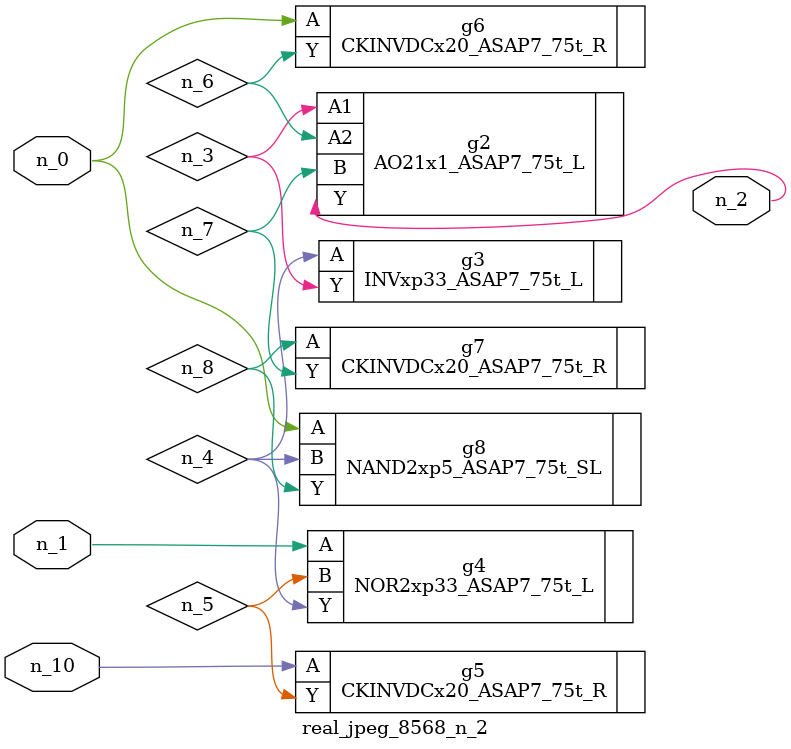
<source format=v>
module real_jpeg_8568_n_2 (n_1, n_10, n_0, n_2);

input n_1;
input n_10;
input n_0;

output n_2;

wire n_5;
wire n_4;
wire n_8;
wire n_6;
wire n_7;
wire n_3;

CKINVDCx20_ASAP7_75t_R g6 ( 
.A(n_0),
.Y(n_6)
);

NAND2xp5_ASAP7_75t_SL g8 ( 
.A(n_0),
.B(n_4),
.Y(n_8)
);

NOR2xp33_ASAP7_75t_L g4 ( 
.A(n_1),
.B(n_5),
.Y(n_4)
);

AO21x1_ASAP7_75t_L g2 ( 
.A1(n_3),
.A2(n_6),
.B(n_7),
.Y(n_2)
);

INVxp33_ASAP7_75t_L g3 ( 
.A(n_4),
.Y(n_3)
);

CKINVDCx20_ASAP7_75t_R g7 ( 
.A(n_8),
.Y(n_7)
);

CKINVDCx20_ASAP7_75t_R g5 ( 
.A(n_10),
.Y(n_5)
);


endmodule
</source>
